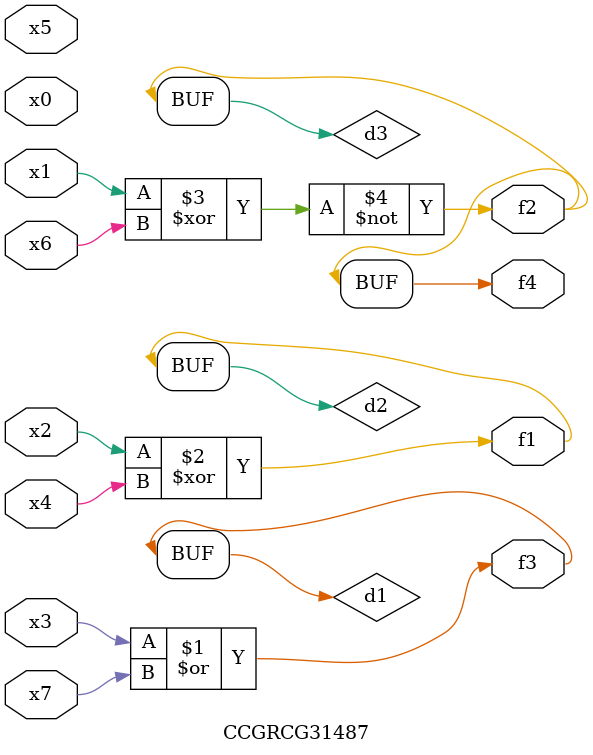
<source format=v>
module CCGRCG31487(
	input x0, x1, x2, x3, x4, x5, x6, x7,
	output f1, f2, f3, f4
);

	wire d1, d2, d3;

	or (d1, x3, x7);
	xor (d2, x2, x4);
	xnor (d3, x1, x6);
	assign f1 = d2;
	assign f2 = d3;
	assign f3 = d1;
	assign f4 = d3;
endmodule

</source>
